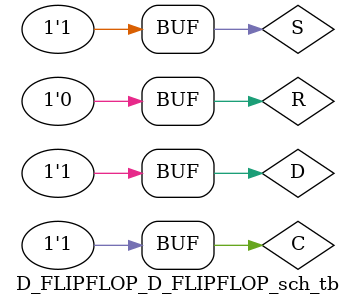
<source format=v>

`timescale 1ns / 1ps

module D_FLIPFLOP_D_FLIPFLOP_sch_tb();

// Inputs
   reg S;
   reg C;
   reg D;
   reg R;

// Output
   wire Qbar;
   wire Q;

// Bidirs

// Instantiate the UUT
   D_FLIPFLOP UUT (
		.S(S), 
		.C(C), 
		.D(D), 
		.R(R), 
		.Qbar(Qbar), 
		.Q(Q)
   );
// Initialize Inputs
	initial begin
		R = 1;
		S = 1;
		D = 0; #150;
		D = 1; #150; 
		R = 0;
		S = 1;
		D = 0; #150;
		D = 1; #150;
		R = 1;
		S = 0;
		D = 0; #150;
		D = 1; #150;
		R = 0;
		S = 1;
		D = 0; #150;
		D = 1; #150;
	end
	always begin
		C=0; #50;
		C=1; #50;
	end
endmodule

</source>
